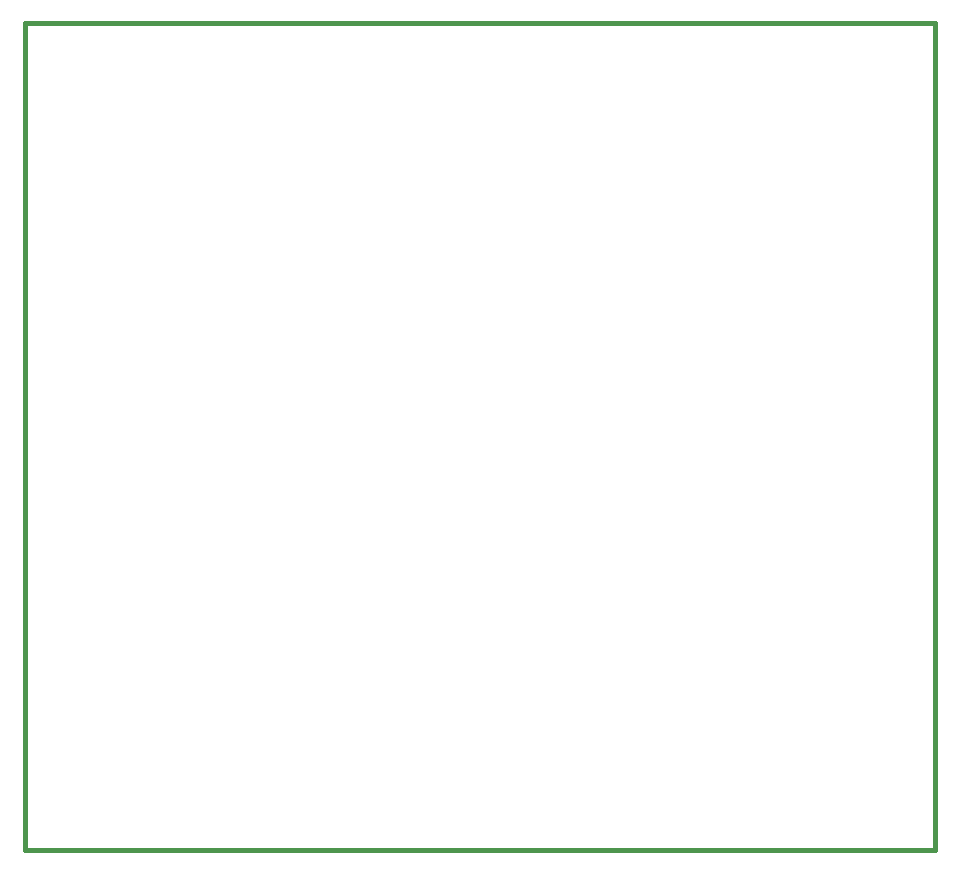
<source format=gm1>
G04*
G04 #@! TF.GenerationSoftware,Altium Limited,Altium Designer,20.0.13 (296)*
G04*
G04 Layer_Color=16711935*
%FSLAX44Y44*%
%MOMM*%
G71*
G01*
G75*
%ADD13C,0.4000*%
D13*
X4269740Y384810D02*
X5039740D01*
Y1084810D01*
X4269740D02*
X5039740D01*
X4269740D02*
X4269740Y384810D01*
M02*

</source>
